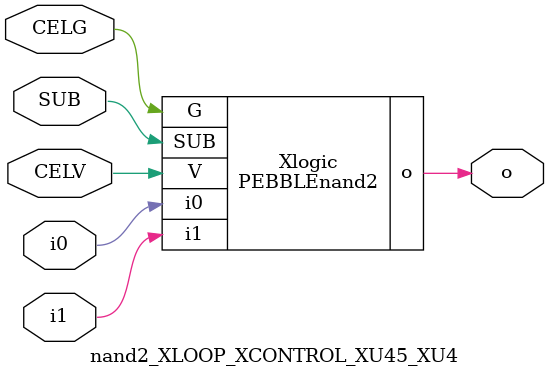
<source format=v>



module PEBBLEnand2 ( o, G, SUB, V, i0, i1 );

  input i0;
  input V;
  input i1;
  input G;
  output o;
  input SUB;
endmodule

//Celera Confidential Do Not Copy nand2_XLOOP_XCONTROL_XU45_XU4
//Celera Confidential Symbol Generator
//5V NAND2
module nand2_XLOOP_XCONTROL_XU45_XU4 (CELV,CELG,i0,i1,o,SUB);
input CELV;
input CELG;
input i0;
input i1;
input SUB;
output o;

//Celera Confidential Do Not Copy nand2
PEBBLEnand2 Xlogic(
.V (CELV),
.i0 (i0),
.i1 (i1),
.o (o),
.SUB (SUB),
.G (CELG)
);
//,diesize,PEBBLEnand2

//Celera Confidential Do Not Copy Module End
//Celera Schematic Generator
endmodule

</source>
